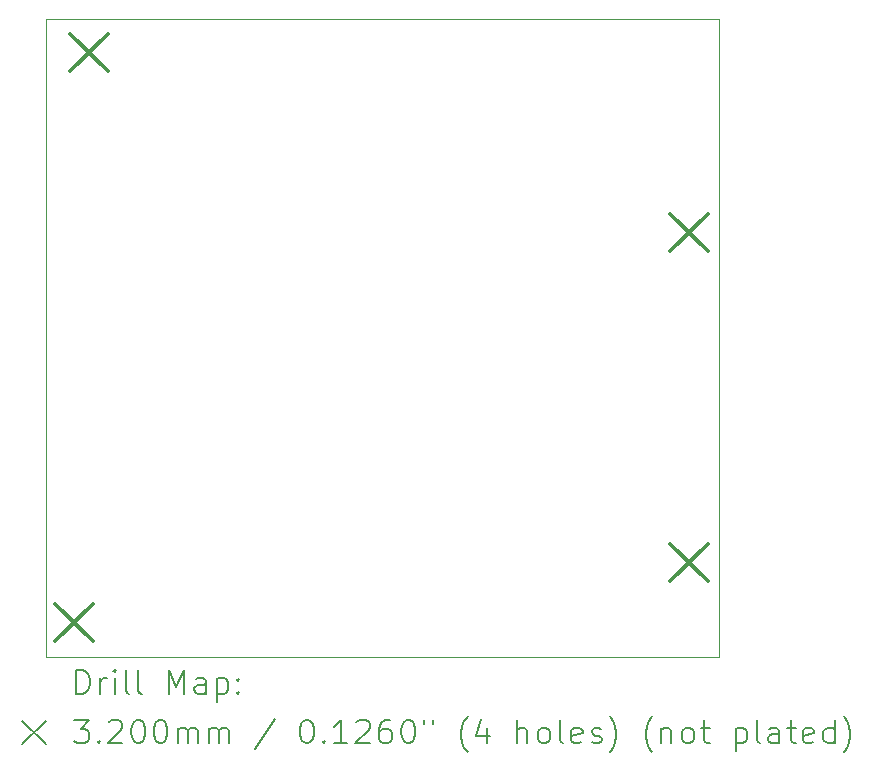
<source format=gbr>
%TF.GenerationSoftware,KiCad,Pcbnew,9.0.4*%
%TF.CreationDate,2025-09-27T21:55:26+08:00*%
%TF.ProjectId,SolarTrackingSystem,536f6c61-7254-4726-9163-6b696e675379,0*%
%TF.SameCoordinates,Original*%
%TF.FileFunction,Drillmap*%
%TF.FilePolarity,Positive*%
%FSLAX45Y45*%
G04 Gerber Fmt 4.5, Leading zero omitted, Abs format (unit mm)*
G04 Created by KiCad (PCBNEW 9.0.4) date 2025-09-27 21:55:26*
%MOMM*%
%LPD*%
G01*
G04 APERTURE LIST*
%ADD10C,0.050000*%
%ADD11C,0.200000*%
%ADD12C,0.320000*%
G04 APERTURE END LIST*
D10*
X11050000Y-5850000D02*
X16750000Y-5850000D01*
X16750000Y-11250000D01*
X11050000Y-11250000D01*
X11050000Y-5850000D01*
D11*
D12*
X11127000Y-10800000D02*
X11447000Y-11120000D01*
X11447000Y-10800000D02*
X11127000Y-11120000D01*
X11254000Y-5974000D02*
X11574000Y-6294000D01*
X11574000Y-5974000D02*
X11254000Y-6294000D01*
X16334000Y-7498000D02*
X16654000Y-7818000D01*
X16654000Y-7498000D02*
X16334000Y-7818000D01*
X16334000Y-10292000D02*
X16654000Y-10612000D01*
X16654000Y-10292000D02*
X16334000Y-10612000D01*
D11*
X11308277Y-11563984D02*
X11308277Y-11363984D01*
X11308277Y-11363984D02*
X11355896Y-11363984D01*
X11355896Y-11363984D02*
X11384467Y-11373508D01*
X11384467Y-11373508D02*
X11403515Y-11392555D01*
X11403515Y-11392555D02*
X11413039Y-11411603D01*
X11413039Y-11411603D02*
X11422562Y-11449698D01*
X11422562Y-11449698D02*
X11422562Y-11478269D01*
X11422562Y-11478269D02*
X11413039Y-11516365D01*
X11413039Y-11516365D02*
X11403515Y-11535412D01*
X11403515Y-11535412D02*
X11384467Y-11554460D01*
X11384467Y-11554460D02*
X11355896Y-11563984D01*
X11355896Y-11563984D02*
X11308277Y-11563984D01*
X11508277Y-11563984D02*
X11508277Y-11430650D01*
X11508277Y-11468746D02*
X11517801Y-11449698D01*
X11517801Y-11449698D02*
X11527324Y-11440174D01*
X11527324Y-11440174D02*
X11546372Y-11430650D01*
X11546372Y-11430650D02*
X11565420Y-11430650D01*
X11632086Y-11563984D02*
X11632086Y-11430650D01*
X11632086Y-11363984D02*
X11622562Y-11373508D01*
X11622562Y-11373508D02*
X11632086Y-11383031D01*
X11632086Y-11383031D02*
X11641610Y-11373508D01*
X11641610Y-11373508D02*
X11632086Y-11363984D01*
X11632086Y-11363984D02*
X11632086Y-11383031D01*
X11755896Y-11563984D02*
X11736848Y-11554460D01*
X11736848Y-11554460D02*
X11727324Y-11535412D01*
X11727324Y-11535412D02*
X11727324Y-11363984D01*
X11860658Y-11563984D02*
X11841610Y-11554460D01*
X11841610Y-11554460D02*
X11832086Y-11535412D01*
X11832086Y-11535412D02*
X11832086Y-11363984D01*
X12089229Y-11563984D02*
X12089229Y-11363984D01*
X12089229Y-11363984D02*
X12155896Y-11506841D01*
X12155896Y-11506841D02*
X12222562Y-11363984D01*
X12222562Y-11363984D02*
X12222562Y-11563984D01*
X12403515Y-11563984D02*
X12403515Y-11459222D01*
X12403515Y-11459222D02*
X12393991Y-11440174D01*
X12393991Y-11440174D02*
X12374943Y-11430650D01*
X12374943Y-11430650D02*
X12336848Y-11430650D01*
X12336848Y-11430650D02*
X12317801Y-11440174D01*
X12403515Y-11554460D02*
X12384467Y-11563984D01*
X12384467Y-11563984D02*
X12336848Y-11563984D01*
X12336848Y-11563984D02*
X12317801Y-11554460D01*
X12317801Y-11554460D02*
X12308277Y-11535412D01*
X12308277Y-11535412D02*
X12308277Y-11516365D01*
X12308277Y-11516365D02*
X12317801Y-11497317D01*
X12317801Y-11497317D02*
X12336848Y-11487793D01*
X12336848Y-11487793D02*
X12384467Y-11487793D01*
X12384467Y-11487793D02*
X12403515Y-11478269D01*
X12498753Y-11430650D02*
X12498753Y-11630650D01*
X12498753Y-11440174D02*
X12517801Y-11430650D01*
X12517801Y-11430650D02*
X12555896Y-11430650D01*
X12555896Y-11430650D02*
X12574943Y-11440174D01*
X12574943Y-11440174D02*
X12584467Y-11449698D01*
X12584467Y-11449698D02*
X12593991Y-11468746D01*
X12593991Y-11468746D02*
X12593991Y-11525888D01*
X12593991Y-11525888D02*
X12584467Y-11544936D01*
X12584467Y-11544936D02*
X12574943Y-11554460D01*
X12574943Y-11554460D02*
X12555896Y-11563984D01*
X12555896Y-11563984D02*
X12517801Y-11563984D01*
X12517801Y-11563984D02*
X12498753Y-11554460D01*
X12679705Y-11544936D02*
X12689229Y-11554460D01*
X12689229Y-11554460D02*
X12679705Y-11563984D01*
X12679705Y-11563984D02*
X12670182Y-11554460D01*
X12670182Y-11554460D02*
X12679705Y-11544936D01*
X12679705Y-11544936D02*
X12679705Y-11563984D01*
X12679705Y-11440174D02*
X12689229Y-11449698D01*
X12689229Y-11449698D02*
X12679705Y-11459222D01*
X12679705Y-11459222D02*
X12670182Y-11449698D01*
X12670182Y-11449698D02*
X12679705Y-11440174D01*
X12679705Y-11440174D02*
X12679705Y-11459222D01*
X10847500Y-11792500D02*
X11047500Y-11992500D01*
X11047500Y-11792500D02*
X10847500Y-11992500D01*
X11289229Y-11783984D02*
X11413039Y-11783984D01*
X11413039Y-11783984D02*
X11346372Y-11860174D01*
X11346372Y-11860174D02*
X11374943Y-11860174D01*
X11374943Y-11860174D02*
X11393991Y-11869698D01*
X11393991Y-11869698D02*
X11403515Y-11879222D01*
X11403515Y-11879222D02*
X11413039Y-11898269D01*
X11413039Y-11898269D02*
X11413039Y-11945888D01*
X11413039Y-11945888D02*
X11403515Y-11964936D01*
X11403515Y-11964936D02*
X11393991Y-11974460D01*
X11393991Y-11974460D02*
X11374943Y-11983984D01*
X11374943Y-11983984D02*
X11317801Y-11983984D01*
X11317801Y-11983984D02*
X11298753Y-11974460D01*
X11298753Y-11974460D02*
X11289229Y-11964936D01*
X11498753Y-11964936D02*
X11508277Y-11974460D01*
X11508277Y-11974460D02*
X11498753Y-11983984D01*
X11498753Y-11983984D02*
X11489229Y-11974460D01*
X11489229Y-11974460D02*
X11498753Y-11964936D01*
X11498753Y-11964936D02*
X11498753Y-11983984D01*
X11584467Y-11803031D02*
X11593991Y-11793508D01*
X11593991Y-11793508D02*
X11613039Y-11783984D01*
X11613039Y-11783984D02*
X11660658Y-11783984D01*
X11660658Y-11783984D02*
X11679705Y-11793508D01*
X11679705Y-11793508D02*
X11689229Y-11803031D01*
X11689229Y-11803031D02*
X11698753Y-11822079D01*
X11698753Y-11822079D02*
X11698753Y-11841127D01*
X11698753Y-11841127D02*
X11689229Y-11869698D01*
X11689229Y-11869698D02*
X11574943Y-11983984D01*
X11574943Y-11983984D02*
X11698753Y-11983984D01*
X11822562Y-11783984D02*
X11841610Y-11783984D01*
X11841610Y-11783984D02*
X11860658Y-11793508D01*
X11860658Y-11793508D02*
X11870182Y-11803031D01*
X11870182Y-11803031D02*
X11879705Y-11822079D01*
X11879705Y-11822079D02*
X11889229Y-11860174D01*
X11889229Y-11860174D02*
X11889229Y-11907793D01*
X11889229Y-11907793D02*
X11879705Y-11945888D01*
X11879705Y-11945888D02*
X11870182Y-11964936D01*
X11870182Y-11964936D02*
X11860658Y-11974460D01*
X11860658Y-11974460D02*
X11841610Y-11983984D01*
X11841610Y-11983984D02*
X11822562Y-11983984D01*
X11822562Y-11983984D02*
X11803515Y-11974460D01*
X11803515Y-11974460D02*
X11793991Y-11964936D01*
X11793991Y-11964936D02*
X11784467Y-11945888D01*
X11784467Y-11945888D02*
X11774943Y-11907793D01*
X11774943Y-11907793D02*
X11774943Y-11860174D01*
X11774943Y-11860174D02*
X11784467Y-11822079D01*
X11784467Y-11822079D02*
X11793991Y-11803031D01*
X11793991Y-11803031D02*
X11803515Y-11793508D01*
X11803515Y-11793508D02*
X11822562Y-11783984D01*
X12013039Y-11783984D02*
X12032086Y-11783984D01*
X12032086Y-11783984D02*
X12051134Y-11793508D01*
X12051134Y-11793508D02*
X12060658Y-11803031D01*
X12060658Y-11803031D02*
X12070182Y-11822079D01*
X12070182Y-11822079D02*
X12079705Y-11860174D01*
X12079705Y-11860174D02*
X12079705Y-11907793D01*
X12079705Y-11907793D02*
X12070182Y-11945888D01*
X12070182Y-11945888D02*
X12060658Y-11964936D01*
X12060658Y-11964936D02*
X12051134Y-11974460D01*
X12051134Y-11974460D02*
X12032086Y-11983984D01*
X12032086Y-11983984D02*
X12013039Y-11983984D01*
X12013039Y-11983984D02*
X11993991Y-11974460D01*
X11993991Y-11974460D02*
X11984467Y-11964936D01*
X11984467Y-11964936D02*
X11974943Y-11945888D01*
X11974943Y-11945888D02*
X11965420Y-11907793D01*
X11965420Y-11907793D02*
X11965420Y-11860174D01*
X11965420Y-11860174D02*
X11974943Y-11822079D01*
X11974943Y-11822079D02*
X11984467Y-11803031D01*
X11984467Y-11803031D02*
X11993991Y-11793508D01*
X11993991Y-11793508D02*
X12013039Y-11783984D01*
X12165420Y-11983984D02*
X12165420Y-11850650D01*
X12165420Y-11869698D02*
X12174943Y-11860174D01*
X12174943Y-11860174D02*
X12193991Y-11850650D01*
X12193991Y-11850650D02*
X12222563Y-11850650D01*
X12222563Y-11850650D02*
X12241610Y-11860174D01*
X12241610Y-11860174D02*
X12251134Y-11879222D01*
X12251134Y-11879222D02*
X12251134Y-11983984D01*
X12251134Y-11879222D02*
X12260658Y-11860174D01*
X12260658Y-11860174D02*
X12279705Y-11850650D01*
X12279705Y-11850650D02*
X12308277Y-11850650D01*
X12308277Y-11850650D02*
X12327324Y-11860174D01*
X12327324Y-11860174D02*
X12336848Y-11879222D01*
X12336848Y-11879222D02*
X12336848Y-11983984D01*
X12432086Y-11983984D02*
X12432086Y-11850650D01*
X12432086Y-11869698D02*
X12441610Y-11860174D01*
X12441610Y-11860174D02*
X12460658Y-11850650D01*
X12460658Y-11850650D02*
X12489229Y-11850650D01*
X12489229Y-11850650D02*
X12508277Y-11860174D01*
X12508277Y-11860174D02*
X12517801Y-11879222D01*
X12517801Y-11879222D02*
X12517801Y-11983984D01*
X12517801Y-11879222D02*
X12527324Y-11860174D01*
X12527324Y-11860174D02*
X12546372Y-11850650D01*
X12546372Y-11850650D02*
X12574943Y-11850650D01*
X12574943Y-11850650D02*
X12593991Y-11860174D01*
X12593991Y-11860174D02*
X12603515Y-11879222D01*
X12603515Y-11879222D02*
X12603515Y-11983984D01*
X12993991Y-11774460D02*
X12822563Y-12031603D01*
X13251134Y-11783984D02*
X13270182Y-11783984D01*
X13270182Y-11783984D02*
X13289229Y-11793508D01*
X13289229Y-11793508D02*
X13298753Y-11803031D01*
X13298753Y-11803031D02*
X13308277Y-11822079D01*
X13308277Y-11822079D02*
X13317801Y-11860174D01*
X13317801Y-11860174D02*
X13317801Y-11907793D01*
X13317801Y-11907793D02*
X13308277Y-11945888D01*
X13308277Y-11945888D02*
X13298753Y-11964936D01*
X13298753Y-11964936D02*
X13289229Y-11974460D01*
X13289229Y-11974460D02*
X13270182Y-11983984D01*
X13270182Y-11983984D02*
X13251134Y-11983984D01*
X13251134Y-11983984D02*
X13232086Y-11974460D01*
X13232086Y-11974460D02*
X13222563Y-11964936D01*
X13222563Y-11964936D02*
X13213039Y-11945888D01*
X13213039Y-11945888D02*
X13203515Y-11907793D01*
X13203515Y-11907793D02*
X13203515Y-11860174D01*
X13203515Y-11860174D02*
X13213039Y-11822079D01*
X13213039Y-11822079D02*
X13222563Y-11803031D01*
X13222563Y-11803031D02*
X13232086Y-11793508D01*
X13232086Y-11793508D02*
X13251134Y-11783984D01*
X13403515Y-11964936D02*
X13413039Y-11974460D01*
X13413039Y-11974460D02*
X13403515Y-11983984D01*
X13403515Y-11983984D02*
X13393991Y-11974460D01*
X13393991Y-11974460D02*
X13403515Y-11964936D01*
X13403515Y-11964936D02*
X13403515Y-11983984D01*
X13603515Y-11983984D02*
X13489229Y-11983984D01*
X13546372Y-11983984D02*
X13546372Y-11783984D01*
X13546372Y-11783984D02*
X13527325Y-11812555D01*
X13527325Y-11812555D02*
X13508277Y-11831603D01*
X13508277Y-11831603D02*
X13489229Y-11841127D01*
X13679706Y-11803031D02*
X13689229Y-11793508D01*
X13689229Y-11793508D02*
X13708277Y-11783984D01*
X13708277Y-11783984D02*
X13755896Y-11783984D01*
X13755896Y-11783984D02*
X13774944Y-11793508D01*
X13774944Y-11793508D02*
X13784467Y-11803031D01*
X13784467Y-11803031D02*
X13793991Y-11822079D01*
X13793991Y-11822079D02*
X13793991Y-11841127D01*
X13793991Y-11841127D02*
X13784467Y-11869698D01*
X13784467Y-11869698D02*
X13670182Y-11983984D01*
X13670182Y-11983984D02*
X13793991Y-11983984D01*
X13965420Y-11783984D02*
X13927325Y-11783984D01*
X13927325Y-11783984D02*
X13908277Y-11793508D01*
X13908277Y-11793508D02*
X13898753Y-11803031D01*
X13898753Y-11803031D02*
X13879706Y-11831603D01*
X13879706Y-11831603D02*
X13870182Y-11869698D01*
X13870182Y-11869698D02*
X13870182Y-11945888D01*
X13870182Y-11945888D02*
X13879706Y-11964936D01*
X13879706Y-11964936D02*
X13889229Y-11974460D01*
X13889229Y-11974460D02*
X13908277Y-11983984D01*
X13908277Y-11983984D02*
X13946372Y-11983984D01*
X13946372Y-11983984D02*
X13965420Y-11974460D01*
X13965420Y-11974460D02*
X13974944Y-11964936D01*
X13974944Y-11964936D02*
X13984467Y-11945888D01*
X13984467Y-11945888D02*
X13984467Y-11898269D01*
X13984467Y-11898269D02*
X13974944Y-11879222D01*
X13974944Y-11879222D02*
X13965420Y-11869698D01*
X13965420Y-11869698D02*
X13946372Y-11860174D01*
X13946372Y-11860174D02*
X13908277Y-11860174D01*
X13908277Y-11860174D02*
X13889229Y-11869698D01*
X13889229Y-11869698D02*
X13879706Y-11879222D01*
X13879706Y-11879222D02*
X13870182Y-11898269D01*
X14108277Y-11783984D02*
X14127325Y-11783984D01*
X14127325Y-11783984D02*
X14146372Y-11793508D01*
X14146372Y-11793508D02*
X14155896Y-11803031D01*
X14155896Y-11803031D02*
X14165420Y-11822079D01*
X14165420Y-11822079D02*
X14174944Y-11860174D01*
X14174944Y-11860174D02*
X14174944Y-11907793D01*
X14174944Y-11907793D02*
X14165420Y-11945888D01*
X14165420Y-11945888D02*
X14155896Y-11964936D01*
X14155896Y-11964936D02*
X14146372Y-11974460D01*
X14146372Y-11974460D02*
X14127325Y-11983984D01*
X14127325Y-11983984D02*
X14108277Y-11983984D01*
X14108277Y-11983984D02*
X14089229Y-11974460D01*
X14089229Y-11974460D02*
X14079706Y-11964936D01*
X14079706Y-11964936D02*
X14070182Y-11945888D01*
X14070182Y-11945888D02*
X14060658Y-11907793D01*
X14060658Y-11907793D02*
X14060658Y-11860174D01*
X14060658Y-11860174D02*
X14070182Y-11822079D01*
X14070182Y-11822079D02*
X14079706Y-11803031D01*
X14079706Y-11803031D02*
X14089229Y-11793508D01*
X14089229Y-11793508D02*
X14108277Y-11783984D01*
X14251134Y-11783984D02*
X14251134Y-11822079D01*
X14327325Y-11783984D02*
X14327325Y-11822079D01*
X14622563Y-12060174D02*
X14613039Y-12050650D01*
X14613039Y-12050650D02*
X14593991Y-12022079D01*
X14593991Y-12022079D02*
X14584468Y-12003031D01*
X14584468Y-12003031D02*
X14574944Y-11974460D01*
X14574944Y-11974460D02*
X14565420Y-11926841D01*
X14565420Y-11926841D02*
X14565420Y-11888746D01*
X14565420Y-11888746D02*
X14574944Y-11841127D01*
X14574944Y-11841127D02*
X14584468Y-11812555D01*
X14584468Y-11812555D02*
X14593991Y-11793508D01*
X14593991Y-11793508D02*
X14613039Y-11764936D01*
X14613039Y-11764936D02*
X14622563Y-11755412D01*
X14784468Y-11850650D02*
X14784468Y-11983984D01*
X14736848Y-11774460D02*
X14689229Y-11917317D01*
X14689229Y-11917317D02*
X14813039Y-11917317D01*
X15041610Y-11983984D02*
X15041610Y-11783984D01*
X15127325Y-11983984D02*
X15127325Y-11879222D01*
X15127325Y-11879222D02*
X15117801Y-11860174D01*
X15117801Y-11860174D02*
X15098753Y-11850650D01*
X15098753Y-11850650D02*
X15070182Y-11850650D01*
X15070182Y-11850650D02*
X15051134Y-11860174D01*
X15051134Y-11860174D02*
X15041610Y-11869698D01*
X15251134Y-11983984D02*
X15232087Y-11974460D01*
X15232087Y-11974460D02*
X15222563Y-11964936D01*
X15222563Y-11964936D02*
X15213039Y-11945888D01*
X15213039Y-11945888D02*
X15213039Y-11888746D01*
X15213039Y-11888746D02*
X15222563Y-11869698D01*
X15222563Y-11869698D02*
X15232087Y-11860174D01*
X15232087Y-11860174D02*
X15251134Y-11850650D01*
X15251134Y-11850650D02*
X15279706Y-11850650D01*
X15279706Y-11850650D02*
X15298753Y-11860174D01*
X15298753Y-11860174D02*
X15308277Y-11869698D01*
X15308277Y-11869698D02*
X15317801Y-11888746D01*
X15317801Y-11888746D02*
X15317801Y-11945888D01*
X15317801Y-11945888D02*
X15308277Y-11964936D01*
X15308277Y-11964936D02*
X15298753Y-11974460D01*
X15298753Y-11974460D02*
X15279706Y-11983984D01*
X15279706Y-11983984D02*
X15251134Y-11983984D01*
X15432087Y-11983984D02*
X15413039Y-11974460D01*
X15413039Y-11974460D02*
X15403515Y-11955412D01*
X15403515Y-11955412D02*
X15403515Y-11783984D01*
X15584468Y-11974460D02*
X15565420Y-11983984D01*
X15565420Y-11983984D02*
X15527325Y-11983984D01*
X15527325Y-11983984D02*
X15508277Y-11974460D01*
X15508277Y-11974460D02*
X15498753Y-11955412D01*
X15498753Y-11955412D02*
X15498753Y-11879222D01*
X15498753Y-11879222D02*
X15508277Y-11860174D01*
X15508277Y-11860174D02*
X15527325Y-11850650D01*
X15527325Y-11850650D02*
X15565420Y-11850650D01*
X15565420Y-11850650D02*
X15584468Y-11860174D01*
X15584468Y-11860174D02*
X15593991Y-11879222D01*
X15593991Y-11879222D02*
X15593991Y-11898269D01*
X15593991Y-11898269D02*
X15498753Y-11917317D01*
X15670182Y-11974460D02*
X15689230Y-11983984D01*
X15689230Y-11983984D02*
X15727325Y-11983984D01*
X15727325Y-11983984D02*
X15746372Y-11974460D01*
X15746372Y-11974460D02*
X15755896Y-11955412D01*
X15755896Y-11955412D02*
X15755896Y-11945888D01*
X15755896Y-11945888D02*
X15746372Y-11926841D01*
X15746372Y-11926841D02*
X15727325Y-11917317D01*
X15727325Y-11917317D02*
X15698753Y-11917317D01*
X15698753Y-11917317D02*
X15679706Y-11907793D01*
X15679706Y-11907793D02*
X15670182Y-11888746D01*
X15670182Y-11888746D02*
X15670182Y-11879222D01*
X15670182Y-11879222D02*
X15679706Y-11860174D01*
X15679706Y-11860174D02*
X15698753Y-11850650D01*
X15698753Y-11850650D02*
X15727325Y-11850650D01*
X15727325Y-11850650D02*
X15746372Y-11860174D01*
X15822563Y-12060174D02*
X15832087Y-12050650D01*
X15832087Y-12050650D02*
X15851134Y-12022079D01*
X15851134Y-12022079D02*
X15860658Y-12003031D01*
X15860658Y-12003031D02*
X15870182Y-11974460D01*
X15870182Y-11974460D02*
X15879706Y-11926841D01*
X15879706Y-11926841D02*
X15879706Y-11888746D01*
X15879706Y-11888746D02*
X15870182Y-11841127D01*
X15870182Y-11841127D02*
X15860658Y-11812555D01*
X15860658Y-11812555D02*
X15851134Y-11793508D01*
X15851134Y-11793508D02*
X15832087Y-11764936D01*
X15832087Y-11764936D02*
X15822563Y-11755412D01*
X16184468Y-12060174D02*
X16174944Y-12050650D01*
X16174944Y-12050650D02*
X16155896Y-12022079D01*
X16155896Y-12022079D02*
X16146372Y-12003031D01*
X16146372Y-12003031D02*
X16136849Y-11974460D01*
X16136849Y-11974460D02*
X16127325Y-11926841D01*
X16127325Y-11926841D02*
X16127325Y-11888746D01*
X16127325Y-11888746D02*
X16136849Y-11841127D01*
X16136849Y-11841127D02*
X16146372Y-11812555D01*
X16146372Y-11812555D02*
X16155896Y-11793508D01*
X16155896Y-11793508D02*
X16174944Y-11764936D01*
X16174944Y-11764936D02*
X16184468Y-11755412D01*
X16260658Y-11850650D02*
X16260658Y-11983984D01*
X16260658Y-11869698D02*
X16270182Y-11860174D01*
X16270182Y-11860174D02*
X16289230Y-11850650D01*
X16289230Y-11850650D02*
X16317801Y-11850650D01*
X16317801Y-11850650D02*
X16336849Y-11860174D01*
X16336849Y-11860174D02*
X16346372Y-11879222D01*
X16346372Y-11879222D02*
X16346372Y-11983984D01*
X16470182Y-11983984D02*
X16451134Y-11974460D01*
X16451134Y-11974460D02*
X16441611Y-11964936D01*
X16441611Y-11964936D02*
X16432087Y-11945888D01*
X16432087Y-11945888D02*
X16432087Y-11888746D01*
X16432087Y-11888746D02*
X16441611Y-11869698D01*
X16441611Y-11869698D02*
X16451134Y-11860174D01*
X16451134Y-11860174D02*
X16470182Y-11850650D01*
X16470182Y-11850650D02*
X16498753Y-11850650D01*
X16498753Y-11850650D02*
X16517801Y-11860174D01*
X16517801Y-11860174D02*
X16527325Y-11869698D01*
X16527325Y-11869698D02*
X16536849Y-11888746D01*
X16536849Y-11888746D02*
X16536849Y-11945888D01*
X16536849Y-11945888D02*
X16527325Y-11964936D01*
X16527325Y-11964936D02*
X16517801Y-11974460D01*
X16517801Y-11974460D02*
X16498753Y-11983984D01*
X16498753Y-11983984D02*
X16470182Y-11983984D01*
X16593992Y-11850650D02*
X16670182Y-11850650D01*
X16622563Y-11783984D02*
X16622563Y-11955412D01*
X16622563Y-11955412D02*
X16632087Y-11974460D01*
X16632087Y-11974460D02*
X16651134Y-11983984D01*
X16651134Y-11983984D02*
X16670182Y-11983984D01*
X16889230Y-11850650D02*
X16889230Y-12050650D01*
X16889230Y-11860174D02*
X16908277Y-11850650D01*
X16908277Y-11850650D02*
X16946373Y-11850650D01*
X16946373Y-11850650D02*
X16965420Y-11860174D01*
X16965420Y-11860174D02*
X16974944Y-11869698D01*
X16974944Y-11869698D02*
X16984468Y-11888746D01*
X16984468Y-11888746D02*
X16984468Y-11945888D01*
X16984468Y-11945888D02*
X16974944Y-11964936D01*
X16974944Y-11964936D02*
X16965420Y-11974460D01*
X16965420Y-11974460D02*
X16946373Y-11983984D01*
X16946373Y-11983984D02*
X16908277Y-11983984D01*
X16908277Y-11983984D02*
X16889230Y-11974460D01*
X17098754Y-11983984D02*
X17079706Y-11974460D01*
X17079706Y-11974460D02*
X17070182Y-11955412D01*
X17070182Y-11955412D02*
X17070182Y-11783984D01*
X17260658Y-11983984D02*
X17260658Y-11879222D01*
X17260658Y-11879222D02*
X17251135Y-11860174D01*
X17251135Y-11860174D02*
X17232087Y-11850650D01*
X17232087Y-11850650D02*
X17193992Y-11850650D01*
X17193992Y-11850650D02*
X17174944Y-11860174D01*
X17260658Y-11974460D02*
X17241611Y-11983984D01*
X17241611Y-11983984D02*
X17193992Y-11983984D01*
X17193992Y-11983984D02*
X17174944Y-11974460D01*
X17174944Y-11974460D02*
X17165420Y-11955412D01*
X17165420Y-11955412D02*
X17165420Y-11936365D01*
X17165420Y-11936365D02*
X17174944Y-11917317D01*
X17174944Y-11917317D02*
X17193992Y-11907793D01*
X17193992Y-11907793D02*
X17241611Y-11907793D01*
X17241611Y-11907793D02*
X17260658Y-11898269D01*
X17327325Y-11850650D02*
X17403515Y-11850650D01*
X17355896Y-11783984D02*
X17355896Y-11955412D01*
X17355896Y-11955412D02*
X17365420Y-11974460D01*
X17365420Y-11974460D02*
X17384468Y-11983984D01*
X17384468Y-11983984D02*
X17403515Y-11983984D01*
X17546373Y-11974460D02*
X17527325Y-11983984D01*
X17527325Y-11983984D02*
X17489230Y-11983984D01*
X17489230Y-11983984D02*
X17470182Y-11974460D01*
X17470182Y-11974460D02*
X17460658Y-11955412D01*
X17460658Y-11955412D02*
X17460658Y-11879222D01*
X17460658Y-11879222D02*
X17470182Y-11860174D01*
X17470182Y-11860174D02*
X17489230Y-11850650D01*
X17489230Y-11850650D02*
X17527325Y-11850650D01*
X17527325Y-11850650D02*
X17546373Y-11860174D01*
X17546373Y-11860174D02*
X17555896Y-11879222D01*
X17555896Y-11879222D02*
X17555896Y-11898269D01*
X17555896Y-11898269D02*
X17460658Y-11917317D01*
X17727325Y-11983984D02*
X17727325Y-11783984D01*
X17727325Y-11974460D02*
X17708277Y-11983984D01*
X17708277Y-11983984D02*
X17670182Y-11983984D01*
X17670182Y-11983984D02*
X17651135Y-11974460D01*
X17651135Y-11974460D02*
X17641611Y-11964936D01*
X17641611Y-11964936D02*
X17632087Y-11945888D01*
X17632087Y-11945888D02*
X17632087Y-11888746D01*
X17632087Y-11888746D02*
X17641611Y-11869698D01*
X17641611Y-11869698D02*
X17651135Y-11860174D01*
X17651135Y-11860174D02*
X17670182Y-11850650D01*
X17670182Y-11850650D02*
X17708277Y-11850650D01*
X17708277Y-11850650D02*
X17727325Y-11860174D01*
X17803516Y-12060174D02*
X17813039Y-12050650D01*
X17813039Y-12050650D02*
X17832087Y-12022079D01*
X17832087Y-12022079D02*
X17841611Y-12003031D01*
X17841611Y-12003031D02*
X17851135Y-11974460D01*
X17851135Y-11974460D02*
X17860658Y-11926841D01*
X17860658Y-11926841D02*
X17860658Y-11888746D01*
X17860658Y-11888746D02*
X17851135Y-11841127D01*
X17851135Y-11841127D02*
X17841611Y-11812555D01*
X17841611Y-11812555D02*
X17832087Y-11793508D01*
X17832087Y-11793508D02*
X17813039Y-11764936D01*
X17813039Y-11764936D02*
X17803516Y-11755412D01*
M02*

</source>
